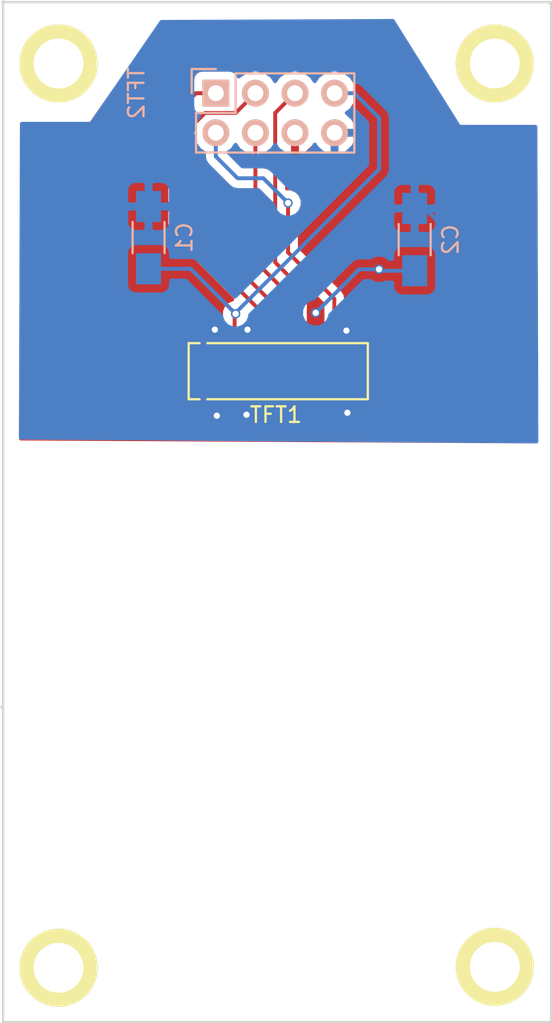
<source format=kicad_pcb>
(kicad_pcb (version 4) (host pcbnew 4.0.2-stable)

  (general
    (links 16)
    (no_connects 0)
    (area 132.830499 84.473 168.223001 150.454)
    (thickness 1.6)
    (drawings 9)
    (tracks 105)
    (zones 0)
    (modules 8)
    (nets 11)
  )

  (page A4)
  (layers
    (0 F.Cu signal)
    (31 B.Cu signal)
    (32 B.Adhes user)
    (33 F.Adhes user)
    (34 B.Paste user)
    (35 F.Paste user)
    (36 B.SilkS user)
    (37 F.SilkS user)
    (38 B.Mask user)
    (39 F.Mask user)
    (40 Dwgs.User user)
    (41 Cmts.User user)
    (42 Eco1.User user)
    (43 Eco2.User user)
    (44 Edge.Cuts user)
    (45 Margin user)
    (46 B.CrtYd user)
    (47 F.CrtYd user)
    (48 B.Fab user)
    (49 F.Fab user)
  )

  (setup
    (last_trace_width 0.25)
    (trace_clearance 0.2)
    (zone_clearance 0.508)
    (zone_45_only no)
    (trace_min 0.2)
    (segment_width 0.2)
    (edge_width 0.15)
    (via_size 0.6)
    (via_drill 0.4)
    (via_min_size 0.4)
    (via_min_drill 0.3)
    (uvia_size 0.3)
    (uvia_drill 0.1)
    (uvias_allowed no)
    (uvia_min_size 0.2)
    (uvia_min_drill 0.1)
    (pcb_text_width 0.3)
    (pcb_text_size 1.5 1.5)
    (mod_edge_width 0.15)
    (mod_text_size 1 1)
    (mod_text_width 0.15)
    (pad_size 5 5)
    (pad_drill 3.2)
    (pad_to_mask_clearance 0.2)
    (aux_axis_origin 0 0)
    (visible_elements 7FFFFFFF)
    (pcbplotparams
      (layerselection 0x010f0_80000001)
      (usegerberextensions false)
      (excludeedgelayer true)
      (linewidth 0.100000)
      (plotframeref false)
      (viasonmask false)
      (mode 1)
      (useauxorigin false)
      (hpglpennumber 1)
      (hpglpenspeed 20)
      (hpglpendiameter 15)
      (hpglpenoverlay 2)
      (psnegative false)
      (psa4output false)
      (plotreference true)
      (plotvalue true)
      (plotinvisibletext false)
      (padsonsilk false)
      (subtractmaskfromsilk false)
      (outputformat 1)
      (mirror false)
      (drillshape 0)
      (scaleselection 1)
      (outputdirectory gerber/))
  )

  (net 0 "")
  (net 1 "Net-(C1-Pad1)")
  (net 2 GND)
  (net 3 +3V3)
  (net 4 "Net-(TFT1-Pad1)")
  (net 5 "Net-(TFT1-Pad6)")
  (net 6 "Net-(TFT1-Pad7)")
  (net 7 "Net-(TFT1-Pad8)")
  (net 8 "Net-(TFT1-Pad9)")
  (net 9 "Net-(TFT1-Pad12)")
  (net 10 "Net-(TFT1-Pad14)")

  (net_class Default "This is the default net class."
    (clearance 0.2)
    (trace_width 0.25)
    (via_dia 0.6)
    (via_drill 0.4)
    (uvia_dia 0.3)
    (uvia_drill 0.1)
    (add_net +3V3)
    (add_net GND)
    (add_net "Net-(C1-Pad1)")
    (add_net "Net-(TFT1-Pad1)")
    (add_net "Net-(TFT1-Pad12)")
    (add_net "Net-(TFT1-Pad14)")
    (add_net "Net-(TFT1-Pad6)")
    (add_net "Net-(TFT1-Pad7)")
    (add_net "Net-(TFT1-Pad8)")
    (add_net "Net-(TFT1-Pad9)")
  )

  (module Capacitors_SMD:C_1206_HandSoldering (layer B.Cu) (tedit 541A9C03) (tstamp 57822C62)
    (at 142.3035 99.822 90)
    (descr "Capacitor SMD 1206, hand soldering")
    (tags "capacitor 1206")
    (path /57822DB4)
    (attr smd)
    (fp_text reference C1 (at 0 2.3 90) (layer B.SilkS)
      (effects (font (size 1 1) (thickness 0.15)) (justify mirror))
    )
    (fp_text value C (at 0 -2.3 90) (layer B.Fab)
      (effects (font (size 1 1) (thickness 0.15)) (justify mirror))
    )
    (fp_line (start -3.3 1.15) (end 3.3 1.15) (layer B.CrtYd) (width 0.05))
    (fp_line (start -3.3 -1.15) (end 3.3 -1.15) (layer B.CrtYd) (width 0.05))
    (fp_line (start -3.3 1.15) (end -3.3 -1.15) (layer B.CrtYd) (width 0.05))
    (fp_line (start 3.3 1.15) (end 3.3 -1.15) (layer B.CrtYd) (width 0.05))
    (fp_line (start 1 1.025) (end -1 1.025) (layer B.SilkS) (width 0.15))
    (fp_line (start -1 -1.025) (end 1 -1.025) (layer B.SilkS) (width 0.15))
    (pad 1 smd rect (at -2 0 90) (size 2 1.6) (layers B.Cu B.Paste B.Mask)
      (net 1 "Net-(C1-Pad1)"))
    (pad 2 smd rect (at 2 0 90) (size 2 1.6) (layers B.Cu B.Paste B.Mask)
      (net 2 GND))
    (model Capacitors_SMD.3dshapes/C_1206_HandSoldering.wrl
      (at (xyz 0 0 0))
      (scale (xyz 1 1 1))
      (rotate (xyz 0 0 0))
    )
  )

  (module Capacitors_SMD:C_1206_HandSoldering (layer B.Cu) (tedit 541A9C03) (tstamp 57822C68)
    (at 159.385 99.949 90)
    (descr "Capacitor SMD 1206, hand soldering")
    (tags "capacitor 1206")
    (path /57822E95)
    (attr smd)
    (fp_text reference C2 (at 0 2.3 90) (layer B.SilkS)
      (effects (font (size 1 1) (thickness 0.15)) (justify mirror))
    )
    (fp_text value C (at 0 -2.3 90) (layer B.Fab)
      (effects (font (size 1 1) (thickness 0.15)) (justify mirror))
    )
    (fp_line (start -3.3 1.15) (end 3.3 1.15) (layer B.CrtYd) (width 0.05))
    (fp_line (start -3.3 -1.15) (end 3.3 -1.15) (layer B.CrtYd) (width 0.05))
    (fp_line (start -3.3 1.15) (end -3.3 -1.15) (layer B.CrtYd) (width 0.05))
    (fp_line (start 3.3 1.15) (end 3.3 -1.15) (layer B.CrtYd) (width 0.05))
    (fp_line (start 1 1.025) (end -1 1.025) (layer B.SilkS) (width 0.15))
    (fp_line (start -1 -1.025) (end 1 -1.025) (layer B.SilkS) (width 0.15))
    (pad 1 smd rect (at -2 0 90) (size 2 1.6) (layers B.Cu B.Paste B.Mask)
      (net 3 +3V3))
    (pad 2 smd rect (at 2 0 90) (size 2 1.6) (layers B.Cu B.Paste B.Mask)
      (net 2 GND))
    (model Capacitors_SMD.3dshapes/C_1206_HandSoldering.wrl
      (at (xyz 0 0 0))
      (scale (xyz 1 1 1))
      (rotate (xyz 0 0 0))
    )
  )

  (module ZebraStrip14_0.8mm:ZebraStrip14_0.8mm (layer F.Cu) (tedit 56DF3A98) (tstamp 57822C7A)
    (at 150.1775 108.3945)
    (path /5782229A)
    (fp_text reference TFT1 (at 0.3 2.8) (layer F.SilkS)
      (effects (font (size 1 1) (thickness 0.15)))
    )
    (fp_text value TFT_1.8inch_zebra (at 0 -3.5) (layer F.Fab)
      (effects (font (size 1 1) (thickness 0.15)))
    )
    (fp_line (start -4.1 -1.8) (end 6.2 -1.8) (layer F.SilkS) (width 0.15))
    (fp_line (start 6.2 -1.8) (end 6.2 1.8) (layer F.SilkS) (width 0.15))
    (fp_line (start 6.2 1.8) (end -4.1 1.8) (layer F.SilkS) (width 0.15))
    (fp_line (start -4.6 1.8) (end -5.3 1.8) (layer F.SilkS) (width 0.15))
    (fp_line (start -5.3 1.8) (end -5.3 -1.8) (layer F.SilkS) (width 0.15))
    (fp_line (start -5.3 -1.8) (end -4.6 -1.8) (layer F.SilkS) (width 0.15))
    (pad 1 connect rect (at -4.75 0) (size 0.5 3) (layers F.Cu F.Mask)
      (net 4 "Net-(TFT1-Pad1)"))
    (pad 2 connect rect (at -3.95 0) (size 0.5 3) (layers F.Cu F.Mask)
      (net 2 GND))
    (pad 3 connect rect (at -3.15 0) (size 0.5 3) (layers F.Cu F.Mask)
      (net 2 GND))
    (pad 4 connect rect (at -2.35 0) (size 0.5 3) (layers F.Cu F.Mask)
      (net 1 "Net-(C1-Pad1)"))
    (pad 5 connect rect (at -1.55 0) (size 0.5 3) (layers F.Cu F.Mask)
      (net 2 GND))
    (pad 6 connect rect (at -0.75 0) (size 0.5 3) (layers F.Cu F.Mask)
      (net 5 "Net-(TFT1-Pad6)"))
    (pad 7 connect rect (at 0.05 0) (size 0.5 3) (layers F.Cu F.Mask)
      (net 6 "Net-(TFT1-Pad7)"))
    (pad 8 connect rect (at 0.85 0) (size 0.5 3) (layers F.Cu F.Mask)
      (net 7 "Net-(TFT1-Pad8)"))
    (pad 9 connect rect (at 1.65 0) (size 0.5 3) (layers F.Cu F.Mask)
      (net 8 "Net-(TFT1-Pad9)"))
    (pad 10 connect rect (at 2.45 0) (size 0.5 3) (layers F.Cu F.Mask)
      (net 3 +3V3))
    (pad 11 connect rect (at 3.25 0) (size 0.5 3) (layers F.Cu F.Mask)
      (net 3 +3V3))
    (pad 12 connect rect (at 4.05 0) (size 0.5 3) (layers F.Cu F.Mask)
      (net 9 "Net-(TFT1-Pad12)"))
    (pad 13 connect rect (at 4.85 0) (size 0.5 3) (layers F.Cu F.Mask)
      (net 2 GND))
    (pad 14 connect rect (at 5.65 0) (size 0.5 3) (layers F.Cu F.Mask)
      (net 10 "Net-(TFT1-Pad14)"))
  )

  (module Pin_Headers:Pin_Header_Straight_2x04 (layer B.Cu) (tedit 0) (tstamp 57822C86)
    (at 146.6215 90.551 270)
    (descr "Through hole pin header")
    (tags "pin header")
    (path /57822BA2)
    (fp_text reference TFT2 (at 0 5.1 270) (layer B.SilkS)
      (effects (font (size 1 1) (thickness 0.15)) (justify mirror))
    )
    (fp_text value TFT_1.8inch (at 0 3.1 270) (layer B.Fab)
      (effects (font (size 1 1) (thickness 0.15)) (justify mirror))
    )
    (fp_line (start -1.75 1.75) (end -1.75 -9.4) (layer B.CrtYd) (width 0.05))
    (fp_line (start 4.3 1.75) (end 4.3 -9.4) (layer B.CrtYd) (width 0.05))
    (fp_line (start -1.75 1.75) (end 4.3 1.75) (layer B.CrtYd) (width 0.05))
    (fp_line (start -1.75 -9.4) (end 4.3 -9.4) (layer B.CrtYd) (width 0.05))
    (fp_line (start -1.27 -1.27) (end -1.27 -8.89) (layer B.SilkS) (width 0.15))
    (fp_line (start -1.27 -8.89) (end 3.81 -8.89) (layer B.SilkS) (width 0.15))
    (fp_line (start 3.81 -8.89) (end 3.81 1.27) (layer B.SilkS) (width 0.15))
    (fp_line (start 3.81 1.27) (end 1.27 1.27) (layer B.SilkS) (width 0.15))
    (fp_line (start 0 1.55) (end -1.55 1.55) (layer B.SilkS) (width 0.15))
    (fp_line (start 1.27 1.27) (end 1.27 -1.27) (layer B.SilkS) (width 0.15))
    (fp_line (start 1.27 -1.27) (end -1.27 -1.27) (layer B.SilkS) (width 0.15))
    (fp_line (start -1.55 1.55) (end -1.55 0) (layer B.SilkS) (width 0.15))
    (pad 1 thru_hole rect (at 0 0 270) (size 1.7272 1.7272) (drill 1.016) (layers *.Cu *.Mask B.SilkS)
      (net 5 "Net-(TFT1-Pad6)"))
    (pad 2 thru_hole oval (at 2.54 0 270) (size 1.7272 1.7272) (drill 1.016) (layers *.Cu *.Mask B.SilkS)
      (net 9 "Net-(TFT1-Pad12)"))
    (pad 3 thru_hole oval (at 0 -2.54 270) (size 1.7272 1.7272) (drill 1.016) (layers *.Cu *.Mask B.SilkS)
      (net 6 "Net-(TFT1-Pad7)"))
    (pad 4 thru_hole oval (at 2.54 -2.54 270) (size 1.7272 1.7272) (drill 1.016) (layers *.Cu *.Mask B.SilkS)
      (net 7 "Net-(TFT1-Pad8)"))
    (pad 5 thru_hole oval (at 0 -5.08 270) (size 1.7272 1.7272) (drill 1.016) (layers *.Cu *.Mask B.SilkS)
      (net 8 "Net-(TFT1-Pad9)"))
    (pad 6 thru_hole oval (at 2.54 -5.08 270) (size 1.7272 1.7272) (drill 1.016) (layers *.Cu *.Mask B.SilkS)
      (net 3 +3V3))
    (pad 7 thru_hole oval (at 0 -7.62 270) (size 1.7272 1.7272) (drill 1.016) (layers *.Cu *.Mask B.SilkS)
      (net 1 "Net-(C1-Pad1)"))
    (pad 8 thru_hole oval (at 2.54 -7.62 270) (size 1.7272 1.7272) (drill 1.016) (layers *.Cu *.Mask B.SilkS)
      (net 2 GND))
    (model Pin_Headers.3dshapes/Pin_Header_Straight_2x04.wrl
      (at (xyz 0.05 -0.15 0))
      (scale (xyz 1 1 1))
      (rotate (xyz 0 0 90))
    )
  )

  (module Connect:1pin (layer F.Cu) (tedit 57823985) (tstamp 578230FE)
    (at 136.525 88.646)
    (descr "module 1 pin (ou trou mecanique de percage)")
    (tags DEV)
    (fp_text reference REF** (at 0 -3.048) (layer F.SilkS) hide
      (effects (font (size 1 1) (thickness 0.15)))
    )
    (fp_text value 1pin (at 0 2.794) (layer F.Fab) hide
      (effects (font (size 1 1) (thickness 0.15)))
    )
    (fp_circle (center 0 0) (end 0 -2.286) (layer F.SilkS) (width 0.15))
    (pad 1 thru_hole circle (at 0 0) (size 5 5) (drill 3.2) (layers *.Cu *.Mask F.SilkS))
  )

  (module Connect:1pin (layer F.Cu) (tedit 5782398F) (tstamp 5782324D)
    (at 164.5285 88.646)
    (descr "module 1 pin (ou trou mecanique de percage)")
    (tags DEV)
    (fp_text reference REF** (at 0 -3.048) (layer F.SilkS) hide
      (effects (font (size 1 1) (thickness 0.15)))
    )
    (fp_text value 1pin (at 0 2.794) (layer F.Fab) hide
      (effects (font (size 1 1) (thickness 0.15)))
    )
    (fp_circle (center 0 0) (end 0 -2.286) (layer F.SilkS) (width 0.15))
    (pad 1 thru_hole circle (at 0 0) (size 5 5) (drill 3.2) (layers *.Cu *.Mask F.SilkS))
  )

  (module Connect:1pin (layer F.Cu) (tedit 57823998) (tstamp 5782326B)
    (at 136.525 146.685)
    (descr "module 1 pin (ou trou mecanique de percage)")
    (tags DEV)
    (fp_text reference REF** (at 0 -3.048) (layer F.SilkS) hide
      (effects (font (size 1 1) (thickness 0.15)))
    )
    (fp_text value 1pin (at 0 2.794) (layer F.Fab) hide
      (effects (font (size 1 1) (thickness 0.15)))
    )
    (fp_circle (center 0 0) (end 0 -2.286) (layer F.SilkS) (width 0.15))
    (pad 1 thru_hole circle (at 0 0) (size 5 5) (drill 3.2) (layers *.Cu *.Mask F.SilkS))
  )

  (module Connect:1pin (layer F.Cu) (tedit 5782399F) (tstamp 5782326E)
    (at 164.5285 146.6215)
    (descr "module 1 pin (ou trou mecanique de percage)")
    (tags DEV)
    (fp_text reference REF** (at 0 -3.048) (layer F.SilkS) hide
      (effects (font (size 1 1) (thickness 0.15)))
    )
    (fp_text value 1pin (at 0 2.794) (layer F.Fab) hide
      (effects (font (size 1 1) (thickness 0.15)))
    )
    (fp_circle (center 0 0) (end 0 -2.286) (layer F.SilkS) (width 0.15))
    (pad 1 thru_hole circle (at 0 0) (size 5 5) (drill 3.2) (layers *.Cu *.Mask F.SilkS))
  )

  (gr_line (start 132.969 129.921) (end 132.842 129.921) (angle 90) (layer Edge.Cuts) (width 0.15))
  (gr_line (start 132.969 150.1775) (end 132.969 129.921) (angle 90) (layer Edge.Cuts) (width 0.15))
  (gr_line (start 168.148 150.1775) (end 132.969 150.1775) (angle 90) (layer Edge.Cuts) (width 0.15))
  (gr_line (start 168.148 129.8575) (end 168.148 150.1775) (angle 90) (layer Edge.Cuts) (width 0.15))
  (gr_line (start 168.0845 84.709) (end 168.0845 84.836) (angle 90) (layer Edge.Cuts) (width 0.15))
  (gr_line (start 132.9055 84.709) (end 168.0845 84.709) (angle 90) (layer Edge.Cuts) (width 0.15))
  (gr_line (start 132.969 130.048) (end 132.9055 130.048) (angle 90) (layer Edge.Cuts) (width 0.15))
  (gr_line (start 132.969 84.6455) (end 132.969 130.048) (angle 90) (layer Edge.Cuts) (width 0.15))
  (gr_line (start 168.148 84.709) (end 168.148 129.8575) (angle 90) (layer Edge.Cuts) (width 0.15))

  (segment (start 147.8915 104.7115) (end 147.8915 104.648) (width 0.25) (layer B.Cu) (net 1))
  (segment (start 155.5115 90.551) (end 154.2415 90.551) (width 0.25) (layer B.Cu) (net 1) (tstamp 57822F0D))
  (segment (start 157.099 92.1385) (end 155.5115 90.551) (width 0.25) (layer B.Cu) (net 1) (tstamp 57822F0B))
  (segment (start 157.099 95.4405) (end 157.099 92.1385) (width 0.25) (layer B.Cu) (net 1) (tstamp 57822F08))
  (segment (start 147.8915 104.648) (end 157.099 95.4405) (width 0.25) (layer B.Cu) (net 1) (tstamp 57822EFD))
  (segment (start 147.8275 108.3945) (end 147.8275 104.7755) (width 0.25) (layer F.Cu) (net 1))
  (segment (start 145.002 101.822) (end 142.3035 101.822) (width 0.25) (layer B.Cu) (net 1) (tstamp 57822EEE))
  (segment (start 147.8915 104.7115) (end 145.002 101.822) (width 0.25) (layer B.Cu) (net 1) (tstamp 57822EED))
  (via (at 147.8915 104.7115) (size 0.6) (drill 0.4) (layers F.Cu B.Cu) (net 1))
  (segment (start 147.8275 104.7755) (end 147.8915 104.7115) (width 0.25) (layer F.Cu) (net 1) (tstamp 57822EEA))
  (segment (start 146.558 105.7275) (end 148.6535 105.7275) (width 0.25) (layer B.Cu) (net 2))
  (segment (start 148.6275 105.7535) (end 148.6275 108.3945) (width 0.25) (layer F.Cu) (net 2) (tstamp 57823575))
  (segment (start 148.6535 105.7275) (end 148.6275 105.7535) (width 0.25) (layer F.Cu) (net 2) (tstamp 57823574))
  (via (at 148.6535 105.7275) (size 0.6) (drill 0.4) (layers F.Cu B.Cu) (net 2))
  (segment (start 159.385 97.949) (end 160.052 97.949) (width 0.25) (layer B.Cu) (net 2))
  (segment (start 160.052 97.949) (end 161.7345 99.6315) (width 0.25) (layer B.Cu) (net 2) (tstamp 57823560))
  (segment (start 161.7345 99.6315) (end 161.7345 103.0605) (width 0.25) (layer B.Cu) (net 2) (tstamp 57823561))
  (segment (start 161.7345 103.0605) (end 159.004 105.791) (width 0.25) (layer B.Cu) (net 2) (tstamp 57823565))
  (segment (start 159.004 105.791) (end 155.0035 105.791) (width 0.25) (layer B.Cu) (net 2) (tstamp 57823567))
  (via (at 155.0035 105.791) (size 0.6) (drill 0.4) (layers F.Cu B.Cu) (net 2))
  (segment (start 155.0035 105.791) (end 155.0275 105.815) (width 0.25) (layer F.Cu) (net 2) (tstamp 5782356B))
  (segment (start 155.0275 105.815) (end 155.0275 108.3945) (width 0.25) (layer F.Cu) (net 2) (tstamp 5782356C))
  (segment (start 146.558 105.7275) (end 146.558 105.918) (width 0.25) (layer F.Cu) (net 2))
  (segment (start 147.0275 106.3875) (end 147.0275 108.3945) (width 0.25) (layer F.Cu) (net 2) (tstamp 57823557))
  (segment (start 146.558 105.918) (end 147.0275 106.3875) (width 0.25) (layer F.Cu) (net 2) (tstamp 57823556))
  (segment (start 141.351 105.7275) (end 146.558 105.7275) (width 0.25) (layer B.Cu) (net 2))
  (segment (start 146.2405 106.045) (end 146.2405 108.3815) (width 0.25) (layer F.Cu) (net 2) (tstamp 57823552))
  (segment (start 146.558 105.7275) (end 146.2405 106.045) (width 0.25) (layer F.Cu) (net 2) (tstamp 57823551))
  (via (at 146.558 105.7275) (size 0.6) (drill 0.4) (layers F.Cu B.Cu) (net 2))
  (segment (start 146.2405 108.3815) (end 146.2275 108.3945) (width 0.25) (layer F.Cu) (net 2) (tstamp 57823553))
  (segment (start 148.59 111.1885) (end 154.94 111.1885) (width 0.25) (layer B.Cu) (net 2))
  (segment (start 155.0275 111.022) (end 155.0275 108.3945) (width 0.25) (layer F.Cu) (net 2) (tstamp 578234FE))
  (segment (start 155.067 111.0615) (end 155.0275 111.022) (width 0.25) (layer F.Cu) (net 2) (tstamp 578234FD))
  (via (at 155.067 111.0615) (size 0.6) (drill 0.4) (layers F.Cu B.Cu) (net 2))
  (segment (start 154.94 111.1885) (end 155.067 111.0615) (width 0.25) (layer B.Cu) (net 2) (tstamp 578234F7))
  (segment (start 146.685 111.252) (end 148.5265 111.252) (width 0.25) (layer B.Cu) (net 2))
  (segment (start 148.6275 111.151) (end 148.6275 108.3945) (width 0.25) (layer F.Cu) (net 2) (tstamp 5782347A))
  (via (at 148.59 111.1885) (size 0.6) (drill 0.4) (layers F.Cu B.Cu) (net 2))
  (segment (start 148.59 111.1885) (end 148.6275 111.151) (width 0.25) (layer F.Cu) (net 2) (tstamp 57823479))
  (segment (start 148.5265 111.252) (end 148.59 111.1885) (width 0.25) (layer B.Cu) (net 2) (tstamp 57823476))
  (segment (start 146.685 111.252) (end 146.685 111.0615) (width 0.25) (layer F.Cu) (net 2))
  (segment (start 146.685 111.0615) (end 147.0275 110.719) (width 0.25) (layer F.Cu) (net 2) (tstamp 57823465))
  (segment (start 147.0275 110.719) (end 147.0275 108.3945) (width 0.25) (layer F.Cu) (net 2) (tstamp 57823466))
  (segment (start 142.3035 97.822) (end 140.557 97.822) (width 0.25) (layer B.Cu) (net 2))
  (segment (start 146.2275 110.7945) (end 146.2275 108.3945) (width 0.25) (layer F.Cu) (net 2) (tstamp 57823462))
  (segment (start 146.685 111.252) (end 146.2275 110.7945) (width 0.25) (layer F.Cu) (net 2) (tstamp 57823461))
  (via (at 146.685 111.252) (size 0.6) (drill 0.4) (layers F.Cu B.Cu) (net 2))
  (segment (start 143.7005 111.252) (end 146.685 111.252) (width 0.25) (layer B.Cu) (net 2) (tstamp 57823458))
  (segment (start 141.351 108.9025) (end 143.7005 111.252) (width 0.25) (layer B.Cu) (net 2) (tstamp 57823456))
  (segment (start 141.351 105.7275) (end 141.351 108.9025) (width 0.25) (layer B.Cu) (net 2) (tstamp 5782344D))
  (segment (start 139.065 103.4415) (end 141.351 105.7275) (width 0.25) (layer B.Cu) (net 2) (tstamp 5782344B))
  (segment (start 139.065 99.314) (end 139.065 103.4415) (width 0.25) (layer B.Cu) (net 2) (tstamp 57823448))
  (segment (start 140.557 97.822) (end 139.065 99.314) (width 0.25) (layer B.Cu) (net 2) (tstamp 57823445))
  (segment (start 154.559 111.9505) (end 154.3685 111.9505) (width 0.25) (layer F.Cu) (net 3))
  (segment (start 153.4275 111.0095) (end 153.4275 108.3945) (width 0.25) (layer F.Cu) (net 3) (tstamp 578234F4))
  (segment (start 154.3685 111.9505) (end 153.4275 111.0095) (width 0.25) (layer F.Cu) (net 3) (tstamp 578234F3))
  (segment (start 157.099 101.854) (end 157.099 104.2035) (width 0.25) (layer F.Cu) (net 3))
  (segment (start 152.6275 111.035) (end 152.6275 108.3945) (width 0.25) (layer F.Cu) (net 3) (tstamp 578234EE))
  (segment (start 153.543 111.9505) (end 152.6275 111.035) (width 0.25) (layer F.Cu) (net 3) (tstamp 578234ED))
  (segment (start 157.48 111.9505) (end 154.559 111.9505) (width 0.25) (layer F.Cu) (net 3) (tstamp 578234EB))
  (segment (start 154.559 111.9505) (end 153.543 111.9505) (width 0.25) (layer F.Cu) (net 3) (tstamp 578234F1))
  (segment (start 159.258 110.1725) (end 157.48 111.9505) (width 0.25) (layer F.Cu) (net 3) (tstamp 578234E8))
  (segment (start 159.258 106.3625) (end 159.258 110.1725) (width 0.25) (layer F.Cu) (net 3) (tstamp 578234E5))
  (segment (start 157.099 104.2035) (end 159.258 106.3625) (width 0.25) (layer F.Cu) (net 3) (tstamp 578234E2))
  (segment (start 153.035 104.648) (end 153.0985 104.648) (width 0.25) (layer F.Cu) (net 3))
  (segment (start 153.0985 104.648) (end 153.4275 104.977) (width 0.25) (layer F.Cu) (net 3) (tstamp 57823424))
  (segment (start 153.4275 104.977) (end 153.4275 108.3945) (width 0.25) (layer F.Cu) (net 3) (tstamp 57823425))
  (segment (start 157.099 101.854) (end 155.829 101.854) (width 0.25) (layer B.Cu) (net 3))
  (segment (start 152.6275 105.0555) (end 152.6275 108.3945) (width 0.25) (layer F.Cu) (net 3) (tstamp 57823421))
  (segment (start 153.035 104.648) (end 152.6275 105.0555) (width 0.25) (layer F.Cu) (net 3) (tstamp 57823420))
  (via (at 153.035 104.648) (size 0.6) (drill 0.4) (layers F.Cu B.Cu) (net 3))
  (segment (start 155.829 101.854) (end 153.035 104.648) (width 0.25) (layer B.Cu) (net 3) (tstamp 57823418))
  (segment (start 152.654 108.421) (end 152.6275 108.3945) (width 0.25) (layer F.Cu) (net 3) (tstamp 578233F5))
  (segment (start 151.7015 93.091) (end 151.7015 95.1865) (width 0.25) (layer F.Cu) (net 3))
  (segment (start 157.194 101.949) (end 159.385 101.949) (width 0.25) (layer B.Cu) (net 3) (tstamp 578233E7))
  (segment (start 157.099 101.854) (end 157.194 101.949) (width 0.25) (layer B.Cu) (net 3) (tstamp 578233E6))
  (via (at 157.099 101.854) (size 0.6) (drill 0.4) (layers F.Cu B.Cu) (net 3))
  (segment (start 157.099 100.584) (end 157.099 101.854) (width 0.25) (layer F.Cu) (net 3) (tstamp 578233E3))
  (segment (start 151.7015 95.1865) (end 157.099 100.584) (width 0.25) (layer F.Cu) (net 3) (tstamp 578233DB))
  (segment (start 149.4275 108.3945) (end 149.4275 104.4695) (width 0.25) (layer F.Cu) (net 5))
  (segment (start 145.3515 90.551) (end 146.6215 90.551) (width 0.25) (layer F.Cu) (net 5) (tstamp 57822F28))
  (segment (start 144.2085 91.694) (end 145.3515 90.551) (width 0.25) (layer F.Cu) (net 5) (tstamp 57822F26))
  (segment (start 144.2085 99.2505) (end 144.2085 91.694) (width 0.25) (layer F.Cu) (net 5) (tstamp 57822F24))
  (segment (start 149.4275 104.4695) (end 144.2085 99.2505) (width 0.25) (layer F.Cu) (net 5) (tstamp 57822F1E))
  (segment (start 150.2275 108.3945) (end 150.2275 103.9995) (width 0.25) (layer F.Cu) (net 6))
  (segment (start 147.8915 91.821) (end 149.1615 90.551) (width 0.25) (layer F.Cu) (net 6) (tstamp 57822F3A))
  (segment (start 145.923 91.821) (end 147.8915 91.821) (width 0.25) (layer F.Cu) (net 6) (tstamp 57822F37))
  (segment (start 144.78 92.964) (end 145.923 91.821) (width 0.25) (layer F.Cu) (net 6) (tstamp 57822F35))
  (segment (start 144.78 98.552) (end 144.78 92.964) (width 0.25) (layer F.Cu) (net 6) (tstamp 57822F32))
  (segment (start 150.2275 103.9995) (end 144.78 98.552) (width 0.25) (layer F.Cu) (net 6) (tstamp 57822F2C))
  (segment (start 151.0275 108.3945) (end 151.0275 103.212) (width 0.25) (layer F.Cu) (net 7))
  (segment (start 149.1615 101.346) (end 149.1615 93.091) (width 0.25) (layer F.Cu) (net 7) (tstamp 57822F47))
  (segment (start 151.0275 103.212) (end 149.1615 101.346) (width 0.25) (layer F.Cu) (net 7) (tstamp 57822F3E))
  (segment (start 151.8275 108.3945) (end 151.8275 102.8055) (width 0.25) (layer F.Cu) (net 8))
  (segment (start 150.4315 91.821) (end 151.7015 90.551) (width 0.25) (layer F.Cu) (net 8) (tstamp 57822F54))
  (segment (start 150.4315 101.4095) (end 150.4315 91.821) (width 0.25) (layer F.Cu) (net 8) (tstamp 57822F50))
  (segment (start 151.8275 102.8055) (end 150.4315 101.4095) (width 0.25) (layer F.Cu) (net 8) (tstamp 57822F4B))
  (segment (start 154.2275 108.3945) (end 154.2275 103.745) (width 0.25) (layer F.Cu) (net 9))
  (segment (start 146.6215 94.615) (end 146.6215 93.091) (width 0.25) (layer B.Cu) (net 9) (tstamp 57822F78))
  (segment (start 148.0185 96.012) (end 146.6215 94.615) (width 0.25) (layer B.Cu) (net 9) (tstamp 57822F76))
  (segment (start 149.6695 96.012) (end 148.0185 96.012) (width 0.25) (layer B.Cu) (net 9) (tstamp 57822F74))
  (segment (start 151.257 97.5995) (end 149.6695 96.012) (width 0.25) (layer B.Cu) (net 9) (tstamp 57822F73))
  (via (at 151.257 97.5995) (size 0.6) (drill 0.4) (layers F.Cu B.Cu) (net 9))
  (segment (start 151.257 100.7745) (end 151.257 97.5995) (width 0.25) (layer F.Cu) (net 9) (tstamp 57822F6F))
  (segment (start 154.2275 103.745) (end 151.257 100.7745) (width 0.25) (layer F.Cu) (net 9) (tstamp 57822F5A))

  (zone (net 3) (net_name +3V3) (layer F.Cu) (tstamp 5782338E) (hatch edge 0.508)
    (connect_pads (clearance 0.508))
    (min_thickness 0.254)
    (fill yes (arc_segments 16) (thermal_gap 0.508) (thermal_bridge_width 0.508))
    (polygon
      (pts
        (xy 133.985 92.456) (xy 138.4935 92.456) (xy 143.0655 85.9155) (xy 157.988 85.9155) (xy 162.2425 92.583)
        (xy 167.259 92.71) (xy 167.3225 113.03) (xy 133.985 112.8395) (xy 134.0485 92.5195)
      )
    )
    (filled_polygon
      (pts
        (xy 162.135439 92.651315) (xy 162.170452 92.687586) (xy 162.239286 92.709959) (xy 167.132387 92.833835) (xy 167.195101 112.90227)
        (xy 134.112395 112.713226) (xy 134.175302 92.583) (xy 138.4935 92.583) (xy 138.54291 92.572994) (xy 138.59759 92.528762)
        (xy 139.181112 91.694) (xy 143.4485 91.694) (xy 143.4485 99.2505) (xy 143.506352 99.541339) (xy 143.671099 99.787901)
        (xy 147.673219 103.790021) (xy 147.362557 103.918383) (xy 147.099308 104.181173) (xy 146.956662 104.524701) (xy 146.956352 104.880507)
        (xy 146.744799 104.792662) (xy 146.372833 104.792338) (xy 146.029057 104.934383) (xy 145.765808 105.197173) (xy 145.623162 105.540701)
        (xy 145.623087 105.627346) (xy 145.538352 105.754161) (xy 145.4805 106.045) (xy 145.4805 106.24706) (xy 145.1775 106.24706)
        (xy 144.942183 106.291338) (xy 144.726059 106.43041) (xy 144.581069 106.64261) (xy 144.53006 106.8945) (xy 144.53006 109.8945)
        (xy 144.574338 110.129817) (xy 144.71341 110.345941) (xy 144.92561 110.490931) (xy 145.1775 110.54194) (xy 145.4675 110.54194)
        (xy 145.4675 110.7945) (xy 145.525352 111.085339) (xy 145.690099 111.331901) (xy 145.749878 111.39168) (xy 145.749838 111.437167)
        (xy 145.891883 111.780943) (xy 146.154673 112.044192) (xy 146.498201 112.186838) (xy 146.870167 112.187162) (xy 147.213943 112.045117)
        (xy 147.477192 111.782327) (xy 147.619838 111.438799) (xy 147.620069 111.173836) (xy 147.655058 111.121472) (xy 147.654838 111.373667)
        (xy 147.796883 111.717443) (xy 148.059673 111.980692) (xy 148.403201 112.123338) (xy 148.775167 112.123662) (xy 149.118943 111.981617)
        (xy 149.382192 111.718827) (xy 149.524838 111.375299) (xy 149.525162 111.003333) (xy 149.3875 110.670165) (xy 149.3875 110.54194)
        (xy 149.6775 110.54194) (xy 149.833007 110.512679) (xy 149.9775 110.54194) (xy 150.4775 110.54194) (xy 150.633007 110.512679)
        (xy 150.7775 110.54194) (xy 151.2775 110.54194) (xy 151.433007 110.512679) (xy 151.5775 110.54194) (xy 152.0775 110.54194)
        (xy 152.217587 110.515581) (xy 152.251191 110.5295) (xy 152.34375 110.5295) (xy 152.488884 110.384366) (xy 152.528941 110.35859)
        (xy 152.62449 110.21875) (xy 152.639173 110.254199) (xy 152.7525 110.367525) (xy 152.7525 110.37075) (xy 152.91125 110.5295)
        (xy 153.003809 110.5295) (xy 153.0275 110.519687) (xy 153.051191 110.5295) (xy 153.14375 110.5295) (xy 153.3025 110.37075)
        (xy 153.3025 110.367525) (xy 153.415827 110.254199) (xy 153.430923 110.217753) (xy 153.51341 110.345941) (xy 153.558499 110.376749)
        (xy 153.71125 110.5295) (xy 153.803809 110.5295) (xy 153.840671 110.514231) (xy 153.9775 110.54194) (xy 154.2675 110.54194)
        (xy 154.2675 110.548773) (xy 154.132162 110.874701) (xy 154.131838 111.246667) (xy 154.273883 111.590443) (xy 154.536673 111.853692)
        (xy 154.880201 111.996338) (xy 155.252167 111.996662) (xy 155.595943 111.854617) (xy 155.859192 111.591827) (xy 156.001838 111.248299)
        (xy 156.002162 110.876333) (xy 155.863994 110.54194) (xy 156.0775 110.54194) (xy 156.312817 110.497662) (xy 156.528941 110.35859)
        (xy 156.673931 110.14639) (xy 156.72494 109.8945) (xy 156.72494 106.8945) (xy 156.680662 106.659183) (xy 156.54159 106.443059)
        (xy 156.32939 106.298069) (xy 156.0775 106.24706) (xy 155.826531 106.24706) (xy 155.938338 105.977799) (xy 155.938662 105.605833)
        (xy 155.796617 105.262057) (xy 155.533827 104.998808) (xy 155.190299 104.856162) (xy 154.9875 104.855985) (xy 154.9875 103.745)
        (xy 154.929648 103.454161) (xy 154.929648 103.45416) (xy 154.764901 103.207599) (xy 152.017 100.459698) (xy 152.017 98.161963)
        (xy 152.049192 98.129827) (xy 152.191838 97.786299) (xy 152.192162 97.414333) (xy 152.050117 97.070557) (xy 151.787327 96.807308)
        (xy 151.443799 96.664662) (xy 151.1915 96.664442) (xy 151.1915 94.483426) (xy 151.342474 94.545958) (xy 151.5745 94.424817)
        (xy 151.5745 93.218) (xy 151.5545 93.218) (xy 151.5545 92.964) (xy 151.5745 92.964) (xy 151.5745 92.944)
        (xy 151.8285 92.944) (xy 151.8285 92.964) (xy 151.8485 92.964) (xy 151.8485 93.218) (xy 151.8285 93.218)
        (xy 151.8285 94.424817) (xy 152.060526 94.545958) (xy 152.476447 94.373688) (xy 152.908321 93.97949) (xy 152.965836 93.856772)
        (xy 153.18183 94.180029) (xy 153.668011 94.504885) (xy 154.2415 94.618959) (xy 154.814989 94.504885) (xy 155.30117 94.180029)
        (xy 155.626026 93.693848) (xy 155.7401 93.120359) (xy 155.7401 93.061641) (xy 155.626026 92.488152) (xy 155.30117 92.001971)
        (xy 155.030328 91.821) (xy 155.30117 91.640029) (xy 155.626026 91.153848) (xy 155.7401 90.580359) (xy 155.7401 90.521641)
        (xy 155.626026 89.948152) (xy 155.30117 89.461971) (xy 154.814989 89.137115) (xy 154.2415 89.023041) (xy 153.668011 89.137115)
        (xy 153.18183 89.461971) (xy 152.9715 89.776752) (xy 152.76117 89.461971) (xy 152.274989 89.137115) (xy 151.7015 89.023041)
        (xy 151.128011 89.137115) (xy 150.64183 89.461971) (xy 150.4315 89.776752) (xy 150.22117 89.461971) (xy 149.734989 89.137115)
        (xy 149.1615 89.023041) (xy 148.588011 89.137115) (xy 148.10183 89.461971) (xy 148.092695 89.475642) (xy 148.088262 89.452083)
        (xy 147.94919 89.235959) (xy 147.73699 89.090969) (xy 147.4851 89.03996) (xy 145.7579 89.03996) (xy 145.522583 89.084238)
        (xy 145.306459 89.22331) (xy 145.161469 89.43551) (xy 145.11046 89.6874) (xy 145.11046 89.838946) (xy 145.060661 89.848852)
        (xy 144.814099 90.013599) (xy 143.671099 91.156599) (xy 143.506352 91.403161) (xy 143.4485 91.694) (xy 139.181112 91.694)
        (xy 143.131676 86.0425) (xy 157.918386 86.0425)
      )
    )
    (filled_polygon
      (pts
        (xy 153.4675 104.059802) (xy 153.4675 106.516114) (xy 153.43051 106.57025) (xy 153.415827 106.534801) (xy 153.3025 106.421475)
        (xy 153.3025 106.41825) (xy 153.14375 106.2595) (xy 153.051191 106.2595) (xy 153.0275 106.269313) (xy 153.003809 106.2595)
        (xy 152.91125 106.2595) (xy 152.7525 106.41825) (xy 152.7525 106.421475) (xy 152.639173 106.534801) (xy 152.624077 106.571247)
        (xy 152.5875 106.514405) (xy 152.5875 103.179802)
      )
    )
  )
  (zone (net 2) (net_name GND) (layer B.Cu) (tstamp 578233B0) (hatch edge 0.508)
    (connect_pads (clearance 0.508))
    (min_thickness 0.254)
    (fill yes (arc_segments 16) (thermal_gap 0.508) (thermal_bridge_width 0.508))
    (polygon
      (pts
        (xy 133.985 92.3925) (xy 138.557 92.3925) (xy 143.0655 85.852) (xy 158.0515 85.7885) (xy 162.306 92.583)
        (xy 167.259 92.583) (xy 167.3225 113.03) (xy 133.985 112.776) (xy 134.0485 92.456)
      )
    )
    (filled_polygon
      (pts
        (xy 162.198361 92.6504) (xy 162.233064 92.686968) (xy 162.279259 92.707153) (xy 162.306 92.71) (xy 167.132394 92.71)
        (xy 167.195102 112.902026) (xy 134.112394 112.649967) (xy 134.149356 100.822) (xy 140.85606 100.822) (xy 140.85606 102.822)
        (xy 140.900338 103.057317) (xy 141.03941 103.273441) (xy 141.25161 103.418431) (xy 141.5035 103.46944) (xy 143.1035 103.46944)
        (xy 143.338817 103.425162) (xy 143.554941 103.28609) (xy 143.699931 103.07389) (xy 143.75094 102.822) (xy 143.75094 102.582)
        (xy 144.687198 102.582) (xy 146.956378 104.85118) (xy 146.956338 104.896667) (xy 147.098383 105.240443) (xy 147.361173 105.503692)
        (xy 147.704701 105.646338) (xy 148.076667 105.646662) (xy 148.420443 105.504617) (xy 148.683692 105.241827) (xy 148.826338 104.898299)
        (xy 148.826394 104.833167) (xy 152.099838 104.833167) (xy 152.241883 105.176943) (xy 152.504673 105.440192) (xy 152.848201 105.582838)
        (xy 153.220167 105.583162) (xy 153.563943 105.441117) (xy 153.827192 105.178327) (xy 153.969838 104.834799) (xy 153.969879 104.787923)
        (xy 156.143802 102.614) (xy 156.536537 102.614) (xy 156.568673 102.646192) (xy 156.912201 102.788838) (xy 157.284167 102.789162)
        (xy 157.478174 102.709) (xy 157.93756 102.709) (xy 157.93756 102.949) (xy 157.981838 103.184317) (xy 158.12091 103.400441)
        (xy 158.33311 103.545431) (xy 158.585 103.59644) (xy 160.185 103.59644) (xy 160.420317 103.552162) (xy 160.636441 103.41309)
        (xy 160.781431 103.20089) (xy 160.83244 102.949) (xy 160.83244 100.949) (xy 160.788162 100.713683) (xy 160.64909 100.497559)
        (xy 160.43689 100.352569) (xy 160.185 100.30156) (xy 158.585 100.30156) (xy 158.349683 100.345838) (xy 158.133559 100.48491)
        (xy 157.988569 100.69711) (xy 157.93756 100.949) (xy 157.93756 101.189) (xy 157.756297 101.189) (xy 157.629327 101.061808)
        (xy 157.285799 100.919162) (xy 156.913833 100.918838) (xy 156.570057 101.060883) (xy 156.536882 101.094) (xy 155.829 101.094)
        (xy 155.538161 101.151852) (xy 155.291599 101.316599) (xy 152.89532 103.712878) (xy 152.849833 103.712838) (xy 152.506057 103.854883)
        (xy 152.242808 104.117673) (xy 152.100162 104.461201) (xy 152.099838 104.833167) (xy 148.826394 104.833167) (xy 148.826434 104.787868)
        (xy 155.379552 98.23475) (xy 157.95 98.23475) (xy 157.95 99.075309) (xy 158.046673 99.308698) (xy 158.225301 99.487327)
        (xy 158.45869 99.584) (xy 159.09925 99.584) (xy 159.258 99.42525) (xy 159.258 98.076) (xy 159.512 98.076)
        (xy 159.512 99.42525) (xy 159.67075 99.584) (xy 160.31131 99.584) (xy 160.544699 99.487327) (xy 160.723327 99.308698)
        (xy 160.82 99.075309) (xy 160.82 98.23475) (xy 160.66125 98.076) (xy 159.512 98.076) (xy 159.258 98.076)
        (xy 158.10875 98.076) (xy 157.95 98.23475) (xy 155.379552 98.23475) (xy 156.791611 96.822691) (xy 157.95 96.822691)
        (xy 157.95 97.66325) (xy 158.10875 97.822) (xy 159.258 97.822) (xy 159.258 96.47275) (xy 159.512 96.47275)
        (xy 159.512 97.822) (xy 160.66125 97.822) (xy 160.82 97.66325) (xy 160.82 96.822691) (xy 160.723327 96.589302)
        (xy 160.544699 96.410673) (xy 160.31131 96.314) (xy 159.67075 96.314) (xy 159.512 96.47275) (xy 159.258 96.47275)
        (xy 159.09925 96.314) (xy 158.45869 96.314) (xy 158.225301 96.410673) (xy 158.046673 96.589302) (xy 157.95 96.822691)
        (xy 156.791611 96.822691) (xy 157.636401 95.977901) (xy 157.801148 95.73134) (xy 157.859 95.4405) (xy 157.859 92.1385)
        (xy 157.801148 91.847661) (xy 157.636401 91.601099) (xy 156.048901 90.013599) (xy 155.802339 89.848852) (xy 155.52248 89.793184)
        (xy 155.30117 89.461971) (xy 154.814989 89.137115) (xy 154.2415 89.023041) (xy 153.668011 89.137115) (xy 153.18183 89.461971)
        (xy 152.9715 89.776752) (xy 152.76117 89.461971) (xy 152.274989 89.137115) (xy 151.7015 89.023041) (xy 151.128011 89.137115)
        (xy 150.64183 89.461971) (xy 150.4315 89.776752) (xy 150.22117 89.461971) (xy 149.734989 89.137115) (xy 149.1615 89.023041)
        (xy 148.588011 89.137115) (xy 148.10183 89.461971) (xy 148.092695 89.475642) (xy 148.088262 89.452083) (xy 147.94919 89.235959)
        (xy 147.73699 89.090969) (xy 147.4851 89.03996) (xy 145.7579 89.03996) (xy 145.522583 89.084238) (xy 145.306459 89.22331)
        (xy 145.161469 89.43551) (xy 145.11046 89.6874) (xy 145.11046 91.4146) (xy 145.154738 91.649917) (xy 145.29381 91.866041)
        (xy 145.50601 92.011031) (xy 145.549845 92.019908) (xy 145.236974 92.488152) (xy 145.1229 93.061641) (xy 145.1229 93.120359)
        (xy 145.236974 93.693848) (xy 145.56183 94.180029) (xy 145.8615 94.380262) (xy 145.8615 94.615) (xy 145.919352 94.905839)
        (xy 146.084099 95.152401) (xy 147.481099 96.549401) (xy 147.72766 96.714148) (xy 148.0185 96.772) (xy 149.354698 96.772)
        (xy 150.321878 97.73918) (xy 150.321838 97.784667) (xy 150.463883 98.128443) (xy 150.726673 98.391692) (xy 151.070201 98.534338)
        (xy 151.442167 98.534662) (xy 151.785943 98.392617) (xy 152.049192 98.129827) (xy 152.191838 97.786299) (xy 152.192162 97.414333)
        (xy 152.050117 97.070557) (xy 151.787327 96.807308) (xy 151.443799 96.664662) (xy 151.396923 96.664621) (xy 150.206901 95.474599)
        (xy 149.960339 95.309852) (xy 149.6695 95.252) (xy 148.333302 95.252) (xy 147.429495 94.348193) (xy 147.68117 94.180029)
        (xy 147.8915 93.865248) (xy 148.10183 94.180029) (xy 148.588011 94.504885) (xy 149.1615 94.618959) (xy 149.734989 94.504885)
        (xy 150.22117 94.180029) (xy 150.4315 93.865248) (xy 150.64183 94.180029) (xy 151.128011 94.504885) (xy 151.7015 94.618959)
        (xy 152.274989 94.504885) (xy 152.76117 94.180029) (xy 152.977164 93.856772) (xy 153.034679 93.97949) (xy 153.466553 94.373688)
        (xy 153.882474 94.545958) (xy 154.1145 94.424817) (xy 154.1145 93.218) (xy 154.3685 93.218) (xy 154.3685 94.424817)
        (xy 154.600526 94.545958) (xy 155.016447 94.373688) (xy 155.448321 93.97949) (xy 155.696468 93.450027) (xy 155.575969 93.218)
        (xy 154.3685 93.218) (xy 154.1145 93.218) (xy 154.0945 93.218) (xy 154.0945 92.964) (xy 154.1145 92.964)
        (xy 154.1145 92.944) (xy 154.3685 92.944) (xy 154.3685 92.964) (xy 155.575969 92.964) (xy 155.696468 92.731973)
        (xy 155.448321 92.20251) (xy 155.030339 91.820992) (xy 155.30117 91.640029) (xy 155.391115 91.505417) (xy 156.339 92.453302)
        (xy 156.339 95.125698) (xy 147.85975 103.604948) (xy 145.539401 101.284599) (xy 145.292839 101.119852) (xy 145.002 101.062)
        (xy 143.75094 101.062) (xy 143.75094 100.822) (xy 143.706662 100.586683) (xy 143.56759 100.370559) (xy 143.35539 100.225569)
        (xy 143.1035 100.17456) (xy 141.5035 100.17456) (xy 141.268183 100.218838) (xy 141.052059 100.35791) (xy 140.907069 100.57011)
        (xy 140.85606 100.822) (xy 134.149356 100.822) (xy 134.157838 98.10775) (xy 140.8685 98.10775) (xy 140.8685 98.948309)
        (xy 140.965173 99.181698) (xy 141.143801 99.360327) (xy 141.37719 99.457) (xy 142.01775 99.457) (xy 142.1765 99.29825)
        (xy 142.1765 97.949) (xy 142.4305 97.949) (xy 142.4305 99.29825) (xy 142.58925 99.457) (xy 143.22981 99.457)
        (xy 143.463199 99.360327) (xy 143.641827 99.181698) (xy 143.7385 98.948309) (xy 143.7385 98.10775) (xy 143.57975 97.949)
        (xy 142.4305 97.949) (xy 142.1765 97.949) (xy 141.02725 97.949) (xy 140.8685 98.10775) (xy 134.157838 98.10775)
        (xy 134.16225 96.695691) (xy 140.8685 96.695691) (xy 140.8685 97.53625) (xy 141.02725 97.695) (xy 142.1765 97.695)
        (xy 142.1765 96.34575) (xy 142.4305 96.34575) (xy 142.4305 97.695) (xy 143.57975 97.695) (xy 143.7385 97.53625)
        (xy 143.7385 96.695691) (xy 143.641827 96.462302) (xy 143.463199 96.283673) (xy 143.22981 96.187) (xy 142.58925 96.187)
        (xy 142.4305 96.34575) (xy 142.1765 96.34575) (xy 142.01775 96.187) (xy 141.37719 96.187) (xy 141.143801 96.283673)
        (xy 140.965173 96.462302) (xy 140.8685 96.695691) (xy 134.16225 96.695691) (xy 134.175302 92.5195) (xy 138.557 92.5195)
        (xy 138.60641 92.509494) (xy 138.661564 92.464578) (xy 143.1324 85.978718) (xy 157.981368 85.915798)
      )
    )
  )
)

</source>
